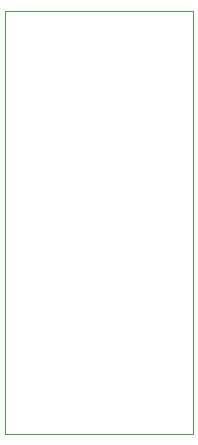
<source format=gbr>
%TF.GenerationSoftware,KiCad,Pcbnew,(6.0.11)*%
%TF.CreationDate,2024-01-24T23:02:21+00:00*%
%TF.ProjectId,RGBtoHDMI_DIN,52474274-6f48-4444-9d49-5f44494e2e6b,rev?*%
%TF.SameCoordinates,Original*%
%TF.FileFunction,Profile,NP*%
%FSLAX46Y46*%
G04 Gerber Fmt 4.6, Leading zero omitted, Abs format (unit mm)*
G04 Created by KiCad (PCBNEW (6.0.11)) date 2024-01-24 23:02:21*
%MOMM*%
%LPD*%
G01*
G04 APERTURE LIST*
%TA.AperFunction,Profile*%
%ADD10C,0.100000*%
%TD*%
G04 APERTURE END LIST*
D10*
X139735000Y-67260000D02*
X155605000Y-67260000D01*
X155605000Y-67260000D02*
X155605000Y-103030000D01*
X155605000Y-103030000D02*
X139735000Y-103030000D01*
X139735000Y-103030000D02*
X139735000Y-67260000D01*
M02*

</source>
